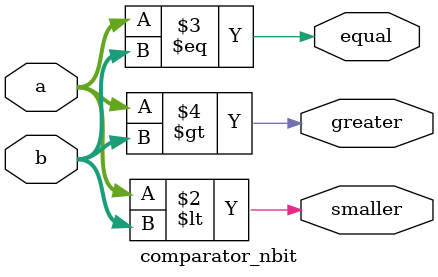
<source format=v>
module comparator_nbit

    # (parameter N  = 4)

(
    input [N-1: 0] a,
    input [N-1: 0] b,
    output reg smaller,
    output reg equal,
    output reg greater
);
    
    always @(*) begin
        smaller = (a < b);
        equal = (a == b);
        greater = (a > b);
    end
endmodule
</source>
